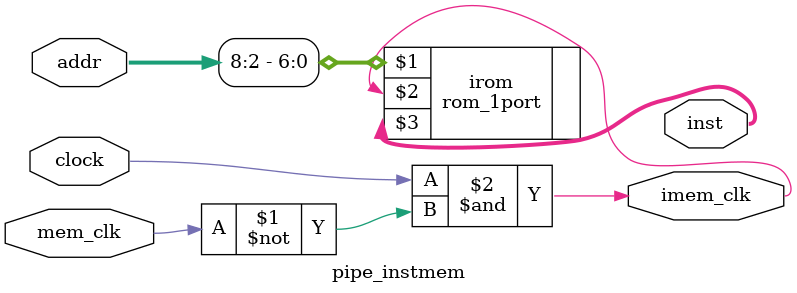
<source format=v>
module pipe_instmem(addr, inst, clock, mem_clk, imem_clk);
	input  [31:0] addr;
	input         clock, mem_clk;
	output [31:0] inst;
	output        imem_clk;

	assign imem_clk = clock & ~mem_clk;

	rom_1port irom(addr[8:2], imem_clk, inst);
endmodule

</source>
